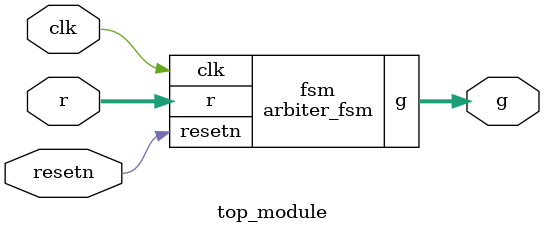
<source format=sv>
module arbiter_fsm (
    input clk,
    input resetn,
    input [3:1] r,
    output [3:1] g
);

    // State variables
    reg [1:0] state_reg;
    reg [1:0] state_next;


    // State codes
    localparam A = 2'b00;
    localparam B = 2'b01;
    localparam C = 2'b10;
    localparam D = 2'b11;


    // Output assignments
    always @* begin
        // Default values
        g = 3'b000;

        case(state_reg)
            A: begin
                if (r[1] && r[2] && r[3])
                    g = 3'b000;
                else if (r[1])
                    g[1] = 1'b1;
                else if (r[2])
                    g[2] = 1'b1;
                else if (r[3])
                    g[3] = 1'b1;
            end
            
            B: begin
                if (r[1] && r[2] && r[3] && g[1])
                    g[1] = 1'b1;
                else if (r[1])
                    g[1] = 1'b1;
            end

            C: begin
                if (r[1] && r[2] && r[3] && g[2])
                    g[2] = 1'b1;
                else if (r[2])
                    g[2] = 1'b1;
            end
        endcase
    end


    // State transition logic
    always @(posedge clk or negedge resetn) begin
        if (~resetn)
            state_reg <= A;
        else
            state_reg <= state_next;
    end

    always @* begin
        // Default next state
        state_next = state_reg;

        case(state_reg)
            A: begin
                if (r[1] && ~r[2] && ~r[3])
                    state_next = B;
                else if (~r[1] && r[2] && ~r[3])
                    state_next = C;
                else if (~r[1] && ~r[2] && ~r[3])
                    state_next = D;
            end

            B: begin
                if (~r[1] && r[2] && ~r[3])
                    state_next = A;
            end

            C: begin
                if (~r[1] && ~r[2] && ~r[3])
                    state_next = A;
            end

            D: begin
                if (r[1] && r[2] && r[3])
                    state_next = A;
            end
        endcase
    end

endmodule
module top_module (
	input clk,
	input resetn,
	input [3:1] r,
	output [3:1] g
);

    arbiter_fsm fsm (
        .clk(clk),
        .resetn(resetn),
        .r(r),
        .g(g)
    );

endmodule

</source>
